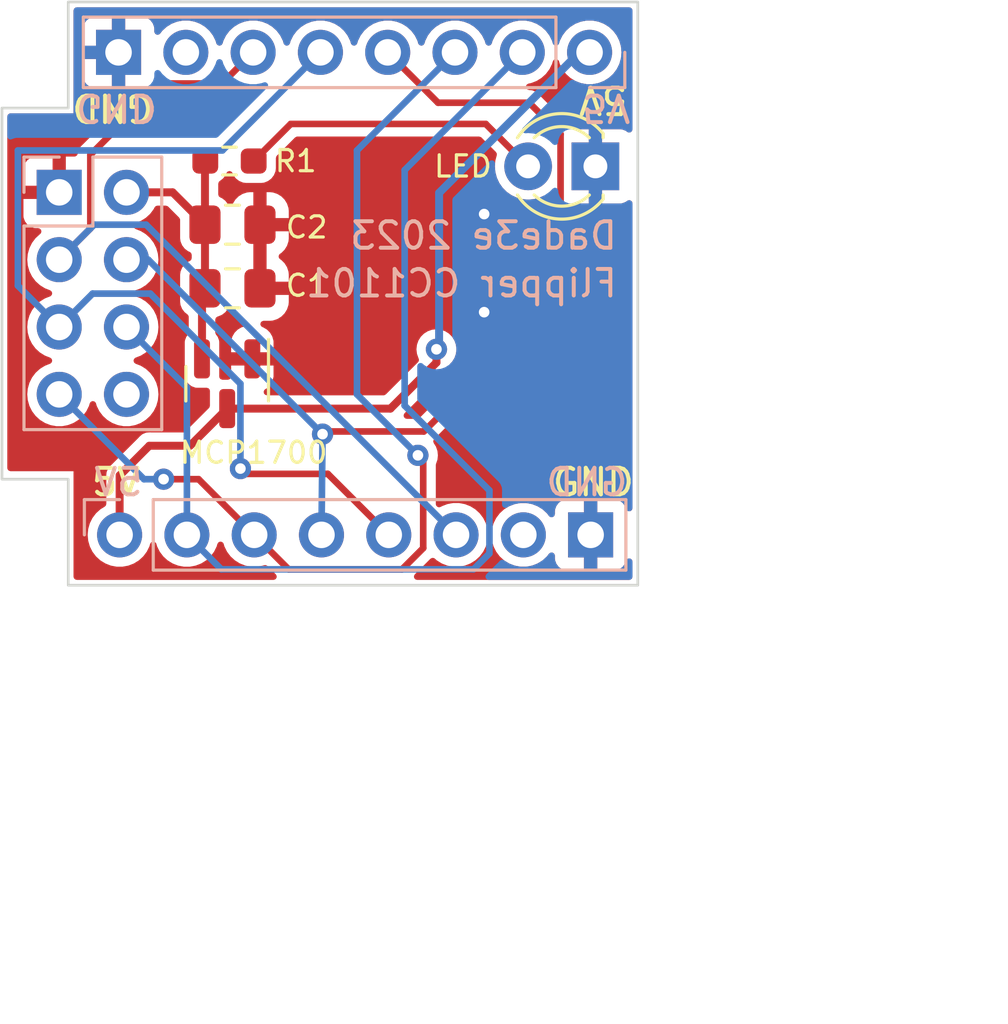
<source format=kicad_pcb>
(kicad_pcb (version 20221018) (generator pcbnew)
  (layers (0 "F.Cu" signal) (31 "B.Cu" signal) (34 "B.Paste" user) (35 "F.Paste" user) (36 "B.SilkS" user "B.Silkscreen") (37 "F.SilkS" user "F.Silkscreen") (38 "B.Mask" user) (39 "F.Mask" user) (44 "Edge.Cuts" user))
  (net 0 "")
  (net 1 "Net-(J3-Pin_2)")
  (net 2 "GND")
  (net 3 "Net-(J1-Pin_1)")
  (net 4 "Net-(J1-Pin_2)")
  (net 5 "Net-(J1-Pin_3)")
  (net 6 "Net-(J1-Pin_4)")
  (net 7 "Net-(J1-Pin_5)")
  (net 8 "Net-(J1-Pin_6)")
  (net 11 "Net-(D1-A)")
  (footprint "Resistor_SMD:R_0603_1608Metric_Pad0.98x0.95mm_HandSolder" (layer "F.Cu") (at 41.5875 83 180)
    (fp_text reference "R1" (at -2.5 0 180) (layer "F.SilkS") (effects (font (size 0.8 0.8) (thickness 0.12))))
    (fp_text value "R" hide)
    (fp_line (start -0.254724 -0.5225) (end 0.254724 -0.5225) (stroke (width 0.12)) (layer "F.SilkS"))
    (fp_line (start -0.254724 0.5225) (end 0.254724 0.5225) (stroke (width 0.12)) (layer "F.SilkS"))
    (pad "1" smd roundrect (at -0.9125 0 180) (size 0.975 0.95) (layers "F.Cu" "F.Paste" "F.Mask") (net 11 "Net-(D1-A)"))
    (pad "2" smd roundrect (at 0.9125 0 180) (size 0.975 0.95) (layers "F.Cu" "F.Paste" "F.Mask") (net 1 "Net-(J3-Pin_2)"))
  )
  (footprint "Capacitor_SMD:C_0805_2012Metric_Pad1.18x1.45mm_HandSolder" (layer "F.Cu") (at 41.7 87.8)
    (fp_text reference "C1" (at 2.8 -0.1 180) (layer "F.SilkS") (effects (font (size 0.8 0.8) (thickness 0.12))))
    (fp_text value "C" hide)
    (fp_line (start -0.261252 -0.735) (end 0.261252 -0.735) (stroke (width 0.12)) (layer "F.SilkS"))
    (fp_line (start -0.261252 0.735) (end 0.261252 0.735) (stroke (width 0.12)) (layer "F.SilkS"))
    (pad "1" smd roundrect (at -1.0375 0) (size 1.175 1.45) (layers "F.Cu" "F.Paste" "F.Mask") (roundrect_rratio 0.2127659574) (net 1 "Net-(J3-Pin_2)"))
    (pad "2" smd roundrect (at 1.0375 0) (size 1.175 1.45) (layers "F.Cu" "F.Paste" "F.Mask") (roundrect_rratio 0.2127659574) (net 2 "GND"))
  )
  (footprint "Package_TO_SOT_SMD:SOT-23" (layer "F.Cu") (at 41.5 91.4 -90)
    (fp_text reference "MCP1700" (at 2.6 -1) (layer "F.SilkS") (effects (font (size 0.8 0.8) (thickness 0.12))))
    (fp_text value "MCP1700x-330xxTT" hide)
    (fp_line (start 0 -1.56) (end -1.675 -1.56) (stroke (width 0.12)) (layer "F.SilkS"))
    (fp_line (start 0 -1.56) (end 0.65 -1.56) (stroke (width 0.12)) (layer "F.SilkS"))
    (fp_line (start 0 1.56) (end -0.65 1.56) (stroke (width 0.12)) (layer "F.SilkS"))
    (fp_line (start 0 1.56) (end 0.65 1.56) (stroke (width 0.12)) (layer "F.SilkS"))
    (pad "1" smd roundrect (at -0.9375 -0.95 270) (size 1.475 0.6) (layers "F.Cu" "F.Paste" "F.Mask") (net 2 "GND"))
    (pad "2" smd roundrect (at -0.9375 0.95 270) (size 1.475 0.6) (layers "F.Cu" "F.Paste" "F.Mask") (net 1 "Net-(J3-Pin_2)"))
    (pad "3" smd roundrect (at 0.9375 0 270) (size 1.475 0.6) (layers "F.Cu" "F.Paste" "F.Mask") (net 3 "Net-(J1-Pin_1)"))
  )
  (footprint "LED_THT:LED_D3.0mm" (layer "F.Cu") (at 55.4 83.2 180)
    (fp_text reference "LED" (at 5 0 180) (layer "F.SilkS") (effects (font (size 0.8 0.8) (thickness 0.12))))
    (fp_text value "LED" hide)
    (fp_line (start -0.29 -1.236) (end -0.29 -1.08) (stroke (width 0.12)) (layer "F.SilkS"))
    (fp_line (start -0.29 1.08) (end -0.29 1.236) (stroke (width 0.12)) (layer "F.SilkS"))
    (fp_arc (start -0.29 -1.235516) (mid 1.366487 -1.987659) (end 2.942335 -1.078608) (stroke (width 0.12)) (layer "F.SilkS"))
    (fp_arc (start 0.229039 -1.08) (mid 1.270117 -1.5) (end 2.31113 -1.079837) (stroke (width 0.12)) (layer "F.SilkS"))
    (fp_arc (start 2.31113 1.079837) (mid 1.270117 1.5) (end 0.229039 1.08) (stroke (width 0.12)) (layer "F.SilkS"))
    (fp_arc (start 2.942335 1.078608) (mid 1.366487 1.987659) (end -0.29 1.235516) (stroke (width 0.12)) (layer "F.SilkS"))
    (pad "1" thru_hole rect (at 0 0 180) (size 1.8 1.8) (drill 0.9) (layers "*.Cu" "*.Mask") (net 2 "GND"))
    (pad "2" thru_hole circle (at 2.54 0 180) (size 1.8 1.8) (drill 0.9) (layers "*.Cu" "*.Mask") (net 11 "Net-(D1-A)"))
  )
  (footprint "Capacitor_SMD:C_0805_2012Metric_Pad1.18x1.45mm_HandSolder" (layer "F.Cu") (at 41.7 85.4)
    (fp_text reference "C2" (at 2.8 0.1 180) (layer "F.SilkS") (effects (font (size 0.8 0.8) (thickness 0.12))))
    (fp_text value "C" hide)
    (fp_line (start -0.261252 -0.735) (end 0.261252 -0.735) (stroke (width 0.12)) (layer "F.SilkS"))
    (fp_line (start -0.261252 0.735) (end 0.261252 0.735) (stroke (width 0.12)) (layer "F.SilkS"))
    (pad "1" smd roundrect (at -1.0375 0) (size 1.175 1.45) (layers "F.Cu" "F.Paste" "F.Mask") (roundrect_rratio 0.2127659574) (net 1 "Net-(J3-Pin_2)"))
    (pad "2" smd roundrect (at 1.0375 0) (size 1.175 1.45) (layers "F.Cu" "F.Paste" "F.Mask") (roundrect_rratio 0.2127659574) (net 2 "GND"))
  )
  (footprint "Connector_PinSocket_2.54mm:PinSocket_2x04_P2.54mm_Vertical" (layer "B.Cu") (at 35.16 84.18 180)
    (fp_text reference "J3" hide)
    (fp_text value "Conn_02x04_Odd_Even_Shielded" hide)
    (fp_line (start -3.87 -8.95) (end 1.33 -8.95) (stroke (width 0.12)) (layer "B.SilkS"))
    (fp_line (start -3.87 1.33) (end -3.87 -8.95) (stroke (width 0.12)) (layer "B.SilkS"))
    (fp_line (start -3.87 1.33) (end -1.27 1.33) (stroke (width 0.12)) (layer "B.SilkS"))
    (fp_line (start -1.27 -1.27) (end 1.33 -1.27) (stroke (width 0.12)) (layer "B.SilkS"))
    (fp_line (start -1.27 1.33) (end -1.27 -1.27) (stroke (width 0.12)) (layer "B.SilkS"))
    (fp_line (start 0 1.33) (end 1.33 1.33) (stroke (width 0.12)) (layer "B.SilkS"))
    (fp_line (start 1.33 -1.27) (end 1.33 -8.95) (stroke (width 0.12)) (layer "B.SilkS"))
    (fp_line (start 1.33 1.33) (end 1.33 0) (stroke (width 0.12)) (layer "B.SilkS"))
    (pad "1" thru_hole rect (at 0 0 180) (size 1.7 1.7) (drill 1) (layers "*.Cu" "*.Mask") (net 2 "GND"))
    (pad "2" thru_hole oval (at -2.54 0 180) (size 1.7 1.7) (drill 1) (layers "*.Cu" "*.Mask") (net 1 "Net-(J3-Pin_2)"))
    (pad "3" thru_hole oval (at 0 -2.54 180) (size 1.7 1.7) (drill 1) (layers "*.Cu" "*.Mask") (net 8 "Net-(J1-Pin_6)"))
    (pad "4" thru_hole oval (at -2.54 -2.54 180) (size 1.7 1.7) (drill 1) (layers "*.Cu" "*.Mask") (net 6 "Net-(J1-Pin_4)"))
    (pad "5" thru_hole oval (at 0 -5.08 180) (size 1.7 1.7) (drill 1) (layers "*.Cu" "*.Mask") (net 7 "Net-(J1-Pin_5)"))
    (pad "6" thru_hole oval (at -2.54 -5.08 180) (size 1.7 1.7) (drill 1) (layers "*.Cu" "*.Mask") (net 4 "Net-(J1-Pin_2)"))
    (pad "7" thru_hole oval (at 0 -7.62 180) (size 1.7 1.7) (drill 1) (layers "*.Cu" "*.Mask") (net 5 "Net-(J1-Pin_3)"))
    (pad "8" thru_hole oval (at -2.54 -7.62 180) (size 1.7 1.7) (drill 1) (layers "*.Cu" "*.Mask"))
  )
  (footprint "Connector_PinHeader_2.54mm:PinHeader_1x08_P2.54mm_Vertical" (layer "B.Cu") (at 37.44 97.1 -90)
    (fp_text reference "J2" hide)
    (fp_text value "Conn_01x08_MountingPin" hide)
    (fp_line (start -1.33 -19.11) (end 1.33 -19.11) (stroke (width 0.12)) (layer "B.SilkS"))
    (fp_line (start -1.33 -1.27) (end -1.33 -19.11) (stroke (width 0.12)) (layer "B.SilkS"))
    (fp_line (start -1.33 -1.27) (end 1.33 -1.27) (stroke (width 0.12)) (layer "B.SilkS"))
    (fp_line (start -1.33 0) (end -1.33 1.33) (stroke (width 0.12)) (layer "B.SilkS"))
    (fp_line (start -1.33 1.33) (end 0 1.33) (stroke (width 0.12)) (layer "B.SilkS"))
    (fp_line (start 1.33 -1.27) (end 1.33 -19.11) (stroke (width 0.12)) (layer "B.SilkS"))
    (pad "1" thru_hole circle (at 0 0 270) (size 1.7 1.7) (drill 1) (layers "*.Cu" "*.Mask") (net 3 "Net-(J1-Pin_1)"))
    (pad "2" thru_hole oval (at 0 -2.54 270) (size 1.7 1.7) (drill 1) (layers "*.Cu" "*.Mask") (net 4 "Net-(J1-Pin_2)"))
    (pad "3" thru_hole oval (at 0 -5.08 270) (size 1.7 1.7) (drill 1) (layers "*.Cu" "*.Mask") (net 5 "Net-(J1-Pin_3)"))
    (pad "4" thru_hole oval (at 0 -7.62 270) (size 1.7 1.7) (drill 1) (layers "*.Cu" "*.Mask") (net 6 "Net-(J1-Pin_4)"))
    (pad "5" thru_hole oval (at 0 -10.16 270) (size 1.7 1.7) (drill 1) (layers "*.Cu" "*.Mask") (net 7 "Net-(J1-Pin_5)"))
    (pad "6" thru_hole oval (at 0 -12.7 270) (size 1.7 1.7) (drill 1) (layers "*.Cu" "*.Mask") (net 8 "Net-(J1-Pin_6)"))
    (pad "7" thru_hole oval (at 0 -15.24 270) (size 1.7 1.7) (drill 1) (layers "*.Cu" "*.Mask"))
    (pad "8" thru_hole rect (at 0 -17.78 270) (size 1.7 1.7) (drill 1) (layers "*.Cu" "*.Mask") (net 2 "GND"))
  )
  (footprint "Connector_PinHeader_2.54mm:PinHeader_1x08_P2.54mm_Vertical" (layer "B.Cu") (at 55.18 78.9 90)
    (fp_text reference "J1" hide)
    (fp_text value "Conn_01x08_MountingPin" hide)
    (fp_line (start -1.33 -19.11) (end 1.33 -19.11) (stroke (width 0.12)) (layer "B.SilkS"))
    (fp_line (start -1.33 -1.27) (end -1.33 -19.11) (stroke (width 0.12)) (layer "B.SilkS"))
    (fp_line (start -1.33 -1.27) (end 1.33 -1.27) (stroke (width 0.12)) (layer "B.SilkS"))
    (fp_line (start -1.33 0) (end -1.33 1.33) (stroke (width 0.12)) (layer "B.SilkS"))
    (fp_line (start -1.33 1.33) (end 0 1.33) (stroke (width 0.12)) (layer "B.SilkS"))
    (fp_line (start 1.33 -1.27) (end 1.33 -19.11) (stroke (width 0.12)) (layer "B.SilkS"))
    (pad "1" thru_hole circle (at 0 0 90) (size 1.7 1.7) (drill 1) (layers "*.Cu" "*.Mask") (net 3 "Net-(J1-Pin_1)"))
    (pad "2" thru_hole oval (at 0 -2.54 90) (size 1.7 1.7) (drill 1) (layers "*.Cu" "*.Mask") (net 4 "Net-(J1-Pin_2)"))
    (pad "3" thru_hole oval (at 0 -5.08 90) (size 1.7 1.7) (drill 1) (layers "*.Cu" "*.Mask") (net 5 "Net-(J1-Pin_3)"))
    (pad "4" thru_hole oval (at 0 -7.62 90) (size 1.7 1.7) (drill 1) (layers "*.Cu" "*.Mask") (net 6 "Net-(J1-Pin_4)"))
    (pad "5" thru_hole oval (at 0 -10.16 90) (size 1.7 1.7) (drill 1) (layers "*.Cu" "*.Mask") (net 7 "Net-(J1-Pin_5)"))
    (pad "6" thru_hole oval (at 0 -12.7 90) (size 1.7 1.7) (drill 1) (layers "*.Cu" "*.Mask") (net 8 "Net-(J1-Pin_6)"))
    (pad "7" thru_hole oval (at 0 -15.24 90) (size 1.7 1.7) (drill 1) (layers "*.Cu" "*.Mask"))
    (pad "8" thru_hole rect (at 0 -17.78 90) (size 1.7 1.7) (drill 1) (layers "*.Cu" "*.Mask") (net 2 "GND"))
  )
  (gr_poly (pts (xy 35.5 77) (xy 57 77) (xy 57 99) (xy 35.5 99) (xy 35.5 95) (xy 33 95) (xy 33 81) (xy 35.5 81)) (stroke (width 0.1)) (fill none) (layer "Edge.Cuts"))
  (gr_text "5V" (at 38.4 95.7) (layer "B.SilkS") (effects (font (size 1 1)) (justify left bottom mirror)))
  (gr_text "GND" (at 56.7 95.7) (layer "B.SilkS") (effects (font (size 1 1)) (justify left bottom mirror)))
  (gr_text "Dade3e 2023" (at 56.3 86.4) (layer "B.SilkS") (effects (font (size 1 1)) (justify left bottom mirror)))
  (gr_text "5V" (at 54.8 80.4 -180) (layer "B.SilkS") (effects (font (size 1 1)) (justify left bottom mirror)))
  (gr_text "GND" (at 35.7 80.4 180) (layer "B.SilkS") (effects (font (size 1 1)) (justify left bottom mirror)))
  (gr_text "Flipper CC1101" (at 56.3 88.2) (layer "B.SilkS") (effects (font (size 1 1)) (justify left bottom mirror)))
  (gr_text "GND" (at 53.7 95.7) (layer "F.SilkS") (effects (font (size 1 1)) (justify left bottom)))
  (gr_text "GND" (at 38.8 80.4 180) (layer "F.SilkS") (effects (font (size 1 1)) (justify left bottom)))
  (gr_text "5V" (at 36.3 95.7) (layer "F.SilkS") (effects (font (size 1 1)) (justify left bottom)))
  (gr_text "5V" (at 56.7 80.1 180) (layer "F.SilkS") (effects (font (size 1 1)) (justify left bottom)))
  (segment (start 40.55 87.9125) (end 40.6625 87.8) (width 0.3) (layer "F.Cu") (net 1))
  (segment (start 40.6625 87.8) (end 40.6625 85.4) (width 0.3) (layer "F.Cu") (net 1))
  (segment (start 40.55 90.4625) (end 40.55 87.9125) (width 0.3) (layer "F.Cu") (net 1))
  (segment (start 39.4425 84.18) (end 40.6625 85.4) (width 0.3) (layer "F.Cu") (net 1))
  (segment (start 37.7 84.18) (end 39.4425 84.18) (width 0.3) (layer "F.Cu") (net 1))
  (segment (start 40.6625 83.0125) (end 40.675 83) (width 0.3) (layer "F.Cu") (net 1))
  (segment (start 40.6625 85.4) (end 40.6625 83.0125) (width 0.3) (layer "F.Cu") (net 1))
  (segment (start 55.4 82.5) (end 55.4 83.2) (width 0.25) (layer "F.Cu") (net 2))
  (via (at 51.2 88.7) (size 0.8) (drill 0.4) (layers "F.Cu" "B.Cu") (net 2))
  (via (at 51.2 85) (size 0.8) (drill 0.4) (layers "F.Cu" "B.Cu") (net 2))
  (segment (start 37.44 97.1) (end 37.44 94.86) (width 0.3) (layer "F.Cu") (net 3))
  (segment (start 40.1 93.7375) (end 38.5625 93.7375) (width 0.3) (layer "F.Cu") (net 3))
  (segment (start 37.44 94.86) (end 38.5625 93.7375) (width 0.3) (layer "F.Cu") (net 3))
  (segment (start 49.4 90.1) (end 49.4 90.6) (width 0.3) (layer "F.Cu") (net 3))
  (segment (start 47.6625 92.3375) (end 41.5 92.3375) (width 0.3) (layer "F.Cu") (net 3))
  (segment (start 41.5 92.3375) (end 40.1 93.7375) (width 0.3) (layer "F.Cu") (net 3))
  (segment (start 49.4 90.6) (end 47.6625 92.3375) (width 0.3) (layer "F.Cu") (net 3))
  (via (at 49.4 90.1) (size 0.8) (drill 0.4) (layers "F.Cu" "B.Cu") (net 3))
  (segment (start 49.4 90.1) (end 49.5 90) (width 0.3) (layer "B.Cu") (net 3))
  (segment (start 49.5 84.2) (end 54.8 78.9) (width 0.3) (layer "B.Cu") (net 3))
  (segment (start 49.5 90) (end 49.5 84.2) (width 0.3) (layer "B.Cu") (net 3))
  (segment (start 54.8 78.9) (end 55.18 78.9) (width 0.3) (layer "B.Cu") (net 3))
  (segment (start 51.4 97.8) (end 50.8 98.4) (width 0.25) (layer "B.Cu") (net 4))
  (segment (start 48.2 83.34) (end 48.2 92.225) (width 0.25) (layer "B.Cu") (net 4))
  (segment (start 51.4 95.425) (end 51.4 97.8) (width 0.25) (layer "B.Cu") (net 4))
  (segment (start 39.98 97.1) (end 39.98 91.54) (width 0.25) (layer "B.Cu") (net 4))
  (segment (start 41.28 98.4) (end 39.98 97.1) (width 0.25) (layer "B.Cu") (net 4))
  (segment (start 50.8 98.4) (end 41.28 98.4) (width 0.25) (layer "B.Cu") (net 4))
  (segment (start 39.98 91.54) (end 37.7 89.26) (width 0.25) (layer "B.Cu") (net 4))
  (segment (start 52.64 78.9) (end 48.2 83.34) (width 0.25) (layer "B.Cu") (net 4))
  (segment (start 48.2 92.225) (end 51.4 95.425) (width 0.25) (layer "B.Cu") (net 4))
  (segment (start 39.1 95) (end 40.42 95) (width 0.25) (layer "F.Cu") (net 5))
  (segment (start 48.9 94.3) (end 48.9 97.6) (width 0.25) (layer "F.Cu") (net 5))
  (segment (start 43.82 98.4) (end 42.52 97.1) (width 0.25) (layer "F.Cu") (net 5))
  (segment (start 40.42 95) (end 42.52 97.1) (width 0.25) (layer "F.Cu") (net 5))
  (segment (start 48.7 94.1) (end 48.9 94.3) (width 0.25) (layer "F.Cu") (net 5))
  (segment (start 48.9 97.6) (end 48.1 98.4) (width 0.25) (layer "F.Cu") (net 5))
  (segment (start 48.1 98.4) (end 43.82 98.4) (width 0.25) (layer "F.Cu") (net 5))
  (via (at 48.7 94.1) (size 0.8) (drill 0.4) (layers "F.Cu" "B.Cu") (net 5))
  (via (at 39.1 95) (size 0.8) (drill 0.4) (layers "F.Cu" "B.Cu") (net 5))
  (segment (start 39.1 95) (end 38.36 95) (width 0.25) (layer "B.Cu") (net 5))
  (segment (start 38.36 95) (end 35.16 91.8) (width 0.25) (layer "B.Cu") (net 5))
  (segment (start 46.4 82.6) (end 50.1 78.9) (width 0.25) (layer "B.Cu") (net 5))
  (segment (start 48.7 94.1) (end 46.4 91.8) (width 0.25) (layer "B.Cu") (net 5))
  (segment (start 46.4 91.8) (end 46.4 82.6) (width 0.25) (layer "B.Cu") (net 5))
  (segment (start 52.9 80.8) (end 54.085 81.985) (width 0.25) (layer "F.Cu") (net 6))
  (segment (start 49.46 80.8) (end 52.9 80.8) (width 0.25) (layer "F.Cu") (net 6))
  (segment (start 47.56 78.9) (end 49.46 80.8) (width 0.25) (layer "F.Cu") (net 6))
  (segment (start 48.925305 93.2) (end 45.2 93.2) (width 0.25) (layer "F.Cu") (net 6))
  (segment (start 54.085 88.040305) (end 48.925305 93.2) (width 0.25) (layer "F.Cu") (net 6))
  (segment (start 54.085 81.985) (end 54.085 88.040305) (width 0.25) (layer "F.Cu") (net 6))
  (segment (start 45.2 93.2) (end 45.1 93.3) (width 0.25) (layer "F.Cu") (net 6))
  (via (at 45.1 93.3) (size 0.8) (drill 0.4) (layers "F.Cu" "B.Cu") (net 6))
  (segment (start 45.06 97.1) (end 45.1 93.3) (width 0.25) (layer "B.Cu") (net 6))
  (segment (start 45.06 93.26) (end 38.52 86.72) (width 0.25) (layer "B.Cu") (net 6))
  (segment (start 45.1 93.3) (end 45.06 93.26) (width 0.25) (layer "B.Cu") (net 6))
  (segment (start 38.52 86.72) (end 37.7 86.72) (width 0.25) (layer "B.Cu") (net 6))
  (segment (start 45.3 94.8) (end 42.2 94.8) (width 0.25) (layer "F.Cu") (net 7))
  (segment (start 47.6 97.1) (end 45.3 94.8) (width 0.25) (layer "F.Cu") (net 7))
  (segment (start 42.2 94.8) (end 42 94.6) (width 0.25) (layer "F.Cu") (net 7))
  (via (at 42 94.6) (size 0.8) (drill 0.4) (layers "F.Cu" "B.Cu") (net 7))
  (segment (start 38.6 88) (end 36.42 88) (width 0.25) (layer "B.Cu") (net 7))
  (segment (start 33.6 87.7) (end 35.16 89.26) (width 0.25) (layer "B.Cu") (net 7))
  (segment (start 42 94.6) (end 42 91.4) (width 0.25) (layer "B.Cu") (net 7))
  (segment (start 36.42 88) (end 35.16 89.26) (width 0.25) (layer "B.Cu") (net 7))
  (segment (start 33.6 82.6) (end 33.6 87.7) (width 0.25) (layer "B.Cu") (net 7))
  (segment (start 45.02 78.9) (end 41.32 82.6) (width 0.25) (layer "B.Cu") (net 7))
  (segment (start 42 91.4) (end 38.6 88) (width 0.25) (layer "B.Cu") (net 7))
  (segment (start 41.32 82.6) (end 33.6 82.6) (width 0.25) (layer "B.Cu") (net 7))
  (segment (start 36.335 85.545) (end 35.16 86.72) (width 0.25) (layer "F.Cu") (net 8))
  (segment (start 39.025 80.075) (end 36.335 82.765) (width 0.25) (layer "F.Cu") (net 8))
  (segment (start 36.335 82.765) (end 36.335 85.545) (width 0.25) (layer "F.Cu") (net 8))
  (segment (start 42.48 78.9) (end 41.305 80.075) (width 0.25) (layer "F.Cu") (net 8))
  (segment (start 41.305 80.075) (end 39.025 80.075) (width 0.25) (layer "F.Cu") (net 8))
  (segment (start 38.44 85.4) (end 36.48 85.4) (width 0.25) (layer "B.Cu") (net 8))
  (segment (start 50.14 97.1) (end 38.44 85.4) (width 0.25) (layer "B.Cu") (net 8))
  (segment (start 36.48 85.4) (end 35.16 86.72) (width 0.25) (layer "B.Cu") (net 8))
  (segment (start 42.5 83) (end 43.9 81.6) (width 0.25) (layer "F.Cu") (net 11))
  (segment (start 43.9 81.6) (end 51.26 81.6) (width 0.25) (layer "F.Cu") (net 11))
  (segment (start 51.26 81.6) (end 52.86 83.2) (width 0.25) (layer "F.Cu") (net 11))
  (zone (net 2) (net_name "GND") (layers "F&B.Cu") (connect_pads (clearance 0.35)) (min_thickness 0.25) (fill yes (thermal_gap 0.5) (thermal_bridge_width 0.5))
    (polygon (pts (xy 35.7 77.2) (xy 56.8 77.2) (xy 56.8 98.8) (xy 35.7 98.8) (xy 35.7 94.7) (xy 33.2 94.7) (xy 33.2 81.2) (xy 35.7 81.2)))
  )
)
</source>
